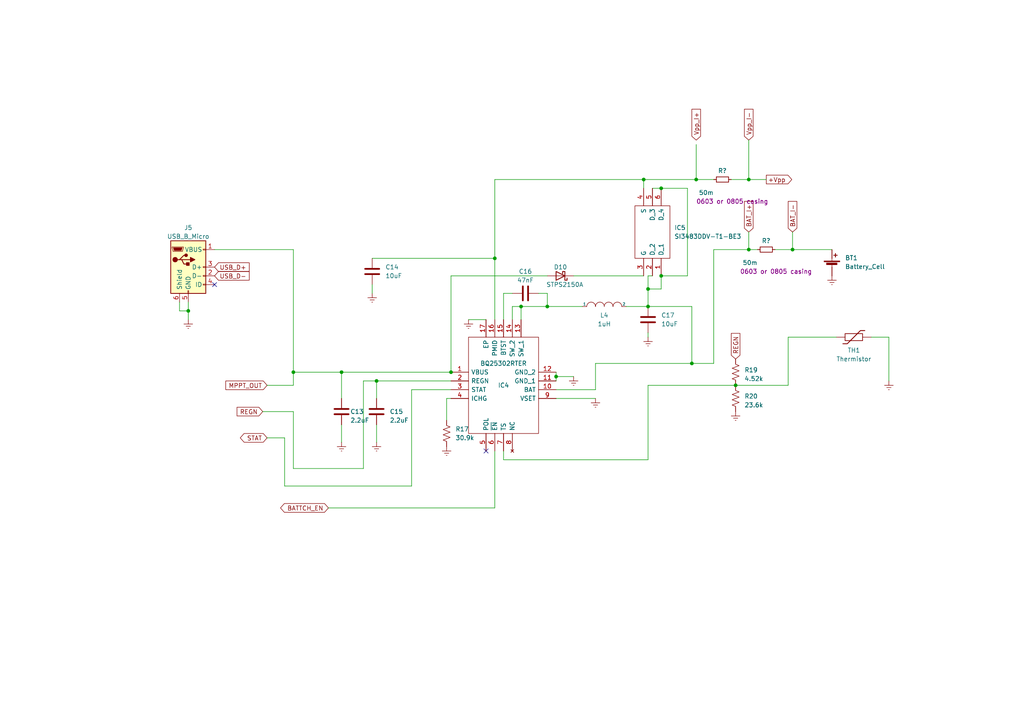
<source format=kicad_sch>
(kicad_sch (version 20230121) (generator eeschema)
  (paper "A4")
  (lib_symbols
    (symbol "Connector:USB_B_Micro" (pin_names (offset 1.016))
      (property "Reference" "J" (at -5.08 11.43 0))
      (property "Value" "USB_B_Micro" (at -5.08 8.89 0))
      (symbol "USB_B_Micro_0_1"
        (rectangle (start -5.08 -7.62) (end 5.08 7.62) (stroke (width 0.254)) (fill (type background)))
        (circle (center -3.81 2.159) (radius 0.635) (stroke (width 0.254)) (fill (type outline)))
        (circle (center -0.635 3.429) (radius 0.381) (stroke (width 0.254)) (fill (type outline)))
        (rectangle (start -0.127 -7.62) (end 0.127 -6.858))
        (polyline (pts (xy -1.905 2.159) (xy 0.635 2.159)) (stroke (width 0.254)))
        (polyline (pts (xy -3.175 2.159) (xy -2.54 2.159) (xy -1.27 3.429) (xy -0.635 3.429)) (stroke (width 0.254)))
        (polyline (pts (xy -2.54 2.159) (xy -1.905 2.159) (xy -1.27 0.889) (xy 0 0.889)) (stroke (width 0.254)))
        (polyline (pts (xy 0.635 2.794) (xy 0.635 1.524) (xy 1.905 2.159) (xy 0.635 2.794)) (stroke (width 0.254)) (fill (type outline)))
        (polyline (pts (xy -4.318 5.588) (xy -1.778 5.588) (xy -2.032 4.826) (xy -4.064 4.826) (xy -4.318 5.588)) (fill (type outline)))
        (polyline (pts (xy -4.699 5.842) (xy -4.699 5.588) (xy -4.445 4.826) (xy -4.445 4.572) (xy -1.651 4.572) (xy -1.651 4.826) (xy -1.397 5.588) (xy -1.397 5.842) (xy -4.699 5.842)))
        (rectangle (start 0.254 1.27) (end -0.508 0.508) (stroke (width 0.254)) (fill (type outline)))
        (rectangle (start 5.08 -5.207) (end 4.318 -4.953))
        (rectangle (start 5.08 -2.667) (end 4.318 -2.413))
        (rectangle (start 5.08 -0.127) (end 4.318 0.127))
        (rectangle (start 5.08 4.953) (end 4.318 5.207))
      )
      (symbol "USB_B_Micro_1_1"
        (pin power_out line (at 7.62 5.08 180) (length 2.54) (name "VBUS") (number "1"))
        (pin bidirectional line (at 7.62 -2.54 180) (length 2.54) (name "D-") (number "2"))
        (pin bidirectional line (at 7.62 0 180) (length 2.54) (name "D+") (number "3"))
        (pin passive line (at 7.62 -5.08 180) (length 2.54) (name "ID") (number "4"))
        (pin power_out line (at 0 -10.16 90) (length 2.54) (name "GND") (number "5"))
        (pin passive line (at -2.54 -10.16 90) (length 2.54) (name "Shield") (number "6"))
      )
    )
    (symbol "Device:Battery_Cell" (pin_numbers hide) (pin_names (offset 0) hide)
      (property "Reference" "BT" (at 2.54 2.54 0))
      (property "Value" "Battery_Cell" (at 2.54 0 0))
      (symbol "Battery_Cell_0_1"
        (rectangle (start -2.286 1.778) (end 2.286 1.524) (fill (type outline)))
        (rectangle (start -1.5748 1.1938) (end 1.4732 0.6858) (fill (type outline)))
        (polyline (pts (xy 0 0.762) (xy 0 0)))
        (polyline (pts (xy 0 1.778) (xy 0 2.54)))
        (polyline (pts (xy 0.508 3.429) (xy 1.524 3.429)) (stroke (width 0.254)))
        (polyline (pts (xy 1.016 3.937) (xy 1.016 2.921)) (stroke (width 0.254)))
      )
      (symbol "Battery_Cell_1_1"
        (pin passive line (at 0 5.08 270) (length 2.54) (name "+") (number "1"))
        (pin passive line (at 0 -2.54 90) (length 2.54) (name "-") (number "2"))
      )
    )
    (symbol "Device:C" (pin_numbers hide) (pin_names (offset 0.254))
      (property "Reference" "C" (at 0.635 2.54 0))
      (property "Value" "C" (at 0.635 -2.54 0))
      (symbol "C_0_1"
        (polyline (pts (xy -2.032 -0.762) (xy 2.032 -0.762)) (stroke (width 0.508)))
        (polyline (pts (xy -2.032 0.762) (xy 2.032 0.762)) (stroke (width 0.508)))
      )
      (symbol "C_1_1"
        (pin passive line (at 0 3.81 270) (length 2.794) (name "~") (number "1"))
        (pin passive line (at 0 -3.81 90) (length 2.794) (name "~") (number "2"))
      )
    )
    (symbol "Device:D_Schottky" (pin_numbers hide) (pin_names (offset 1.016) hide)
      (property "Reference" "D" (at 0 2.54 0))
      (property "Value" "D_Schottky" (at 0 -2.54 0))
      (symbol "D_Schottky_0_1"
        (polyline (pts (xy 1.27 0) (xy -1.27 0)))
        (polyline (pts (xy 1.27 1.27) (xy 1.27 -1.27) (xy -1.27 0) (xy 1.27 1.27)) (stroke (width 0.254)))
        (polyline (pts (xy -1.905 0.635) (xy -1.905 1.27) (xy -1.27 1.27) (xy -1.27 -1.27) (xy -0.635 -1.27) (xy -0.635 -0.635)) (stroke (width 0.254)))
      )
      (symbol "D_Schottky_1_1"
        (pin passive line (at -3.81 0 0) (length 2.54) (name "K") (number "1"))
        (pin passive line (at 3.81 0 180) (length 2.54) (name "A") (number "2"))
      )
    )
    (symbol "Device:R_Small" (pin_numbers hide) (pin_names (offset 0.254) hide)
      (property "Reference" "R" (at 0.762 0.508 0))
      (property "Value" "R_Small" (at 0.762 -1.016 0))
      (symbol "R_Small_0_1"
        (rectangle (start -0.762 1.778) (end 0.762 -1.778) (stroke (width 0.2032)))
      )
      (symbol "R_Small_1_1"
        (pin passive line (at 0 2.54 270) (length 0.762) (name "~") (number "1"))
        (pin passive line (at 0 -2.54 90) (length 0.762) (name "~") (number "2"))
      )
    )
    (symbol "Device:R_US" (pin_numbers hide) (pin_names (offset 0))
      (property "Reference" "R" (at 2.54 0 90))
      (property "Value" "R_US" (at -2.54 0 90))
      (symbol "R_US_0_1"
        (polyline (pts (xy 0 -2.286) (xy 0 -2.54)))
        (polyline (pts (xy 0 2.286) (xy 0 2.54)))
        (polyline (pts (xy 0 -0.762) (xy 1.016 -1.143) (xy 0 -1.524) (xy -1.016 -1.905) (xy 0 -2.286)))
        (polyline (pts (xy 0 0.762) (xy 1.016 0.381) (xy 0 0) (xy -1.016 -0.381) (xy 0 -0.762)))
        (polyline (pts (xy 0 2.286) (xy 1.016 1.905) (xy 0 1.524) (xy -1.016 1.143) (xy 0 0.762)))
      )
      (symbol "R_US_1_1"
        (pin passive line (at 0 3.81 270) (length 1.27) (name "~") (number "1"))
        (pin passive line (at 0 -3.81 90) (length 1.27) (name "~") (number "2"))
      )
    )
    (symbol "Device:Thermistor" (pin_numbers hide) (pin_names (offset 0))
      (property "Reference" "TH" (at 2.54 1.27 90))
      (property "Value" "Thermistor" (at -2.54 0 90))
      (symbol "Thermistor_0_1"
        (rectangle (start -1.016 2.54) (end 1.016 -2.54) (stroke (width 0.2032)))
        (polyline (pts (xy -1.905 3.175) (xy -1.905 1.905) (xy 1.905 -1.905) (xy 1.905 -3.175) (xy 1.905 -3.175)) (stroke (width 0.254)))
      )
      (symbol "Thermistor_1_1"
        (pin passive line (at 0 5.08 270) (length 2.54) (name "~") (number "1"))
        (pin passive line (at 0 -5.08 90) (length 2.54) (name "~") (number "2"))
      )
    )
    (symbol "PFET SI3483DDV-T1-BE3:SI3483DDV-T1-BE3" (pin_names (offset 0.762))
      (property "Reference" "IC" (at 21.59 7.62 0))
      (property "Value" "SI3483DDV-T1-BE3" (at 21.59 5.08 0))
      (symbol "SI3483DDV-T1-BE3_0_0"
        (pin passive line (at 0 0 0) (length 5.08) (name "D_1") (number "1"))
        (pin passive line (at 0 -2.54 0) (length 5.08) (name "D_2") (number "2"))
        (pin passive line (at 0 -5.08 0) (length 5.08) (name "G") (number "3"))
        (pin passive line (at 25.4 -5.08 180) (length 5.08) (name "S") (number "4"))
        (pin passive line (at 25.4 -2.54 180) (length 5.08) (name "D_3") (number "5"))
        (pin passive line (at 25.4 0 180) (length 5.08) (name "D_4") (number "6"))
      )
      (symbol "SI3483DDV-T1-BE3_0_1"
        (polyline (pts (xy 5.08 2.54) (xy 20.32 2.54) (xy 20.32 -7.62) (xy 5.08 -7.62) (xy 5.08 2.54)) (stroke (width 0.1524)))
      )
    )
    (symbol "batt ch:BQ25302RTER" (pin_names (offset 0.762))
      (property "Reference" "IC" (at 26.67 15.24 0))
      (property "Value" "BQ25302RTER" (at 26.67 12.7 0))
      (symbol "BQ25302RTER_0_0"
        (pin passive line (at 0 0 0) (length 5.08) (name "VBUS") (number "1"))
        (pin passive line (at 30.48 -5.08 180) (length 5.08) (name "BAT") (number "10"))
        (pin passive line (at 30.48 -2.54 180) (length 5.08) (name "GND_1") (number "11"))
        (pin passive line (at 30.48 0 180) (length 5.08) (name "GND_2") (number "12"))
        (pin passive line (at 20.32 15.24 270) (length 5.08) (name "SW_1") (number "13"))
        (pin passive line (at 17.78 15.24 270) (length 5.08) (name "SW_2") (number "14"))
        (pin passive line (at 15.24 15.24 270) (length 5.08) (name "BTST") (number "15"))
        (pin passive line (at 12.7 15.24 270) (length 5.08) (name "PMID") (number "16"))
        (pin passive line (at 10.16 15.24 270) (length 5.08) (name "EP") (number "17"))
        (pin passive line (at 0 -2.54 0) (length 5.08) (name "REGN") (number "2"))
        (pin passive line (at 0 -5.08 0) (length 5.08) (name "STAT") (number "3"))
        (pin passive line (at 0 -7.62 0) (length 5.08) (name "ICHG") (number "4"))
        (pin passive line (at 10.16 -22.86 90) (length 5.08) (name "POL") (number "5"))
        (pin passive line (at 12.7 -22.86 90) (length 5.08) (name "~{EN}") (number "6"))
        (pin passive line (at 15.24 -22.86 90) (length 5.08) (name "TS") (number "7"))
        (pin no_connect line (at 17.78 -22.86 90) (length 5.08) (name "NC") (number "8"))
        (pin passive line (at 30.48 -7.62 180) (length 5.08) (name "VSET") (number "9"))
      )
      (symbol "BQ25302RTER_0_1"
        (polyline (pts (xy 5.08 10.16) (xy 25.4 10.16) (xy 25.4 -17.78) (xy 5.08 -17.78) (xy 5.08 10.16)) (stroke (width 0.1524)))
      )
    )
    (symbol "power:Earth" (power) (pin_numbers hide) (pin_names (offset 0) hide)
      (symbol "Earth_0_1"
        (polyline (pts (xy -0.635 -1.905) (xy 0.635 -1.905)))
        (polyline (pts (xy -0.127 -2.54) (xy 0.127 -2.54)))
        (polyline (pts (xy 0 -1.27) (xy 0 0)))
        (polyline (pts (xy 1.27 -1.27) (xy -1.27 -1.27)))
      )
      (symbol "Earth_1_1"
        (pin power_in line (at 0 0 270) (length 0) hide (name "Earth") (number "1"))
      )
    )
    (symbol "pspice:INDUCTOR" (pin_numbers hide) (pin_names (offset 0))
      (property "Reference" "L" (at 0 2.54 0))
      (property "Value" "INDUCTOR" (at 0 -1.27 0))
      (symbol "INDUCTOR_0_1"
        (arc (start -2.54 0) (mid -3.81 1.2645) (end -5.08 0))
        (arc (start 0 0) (mid -1.27 1.2645) (end -2.54 0))
        (arc (start 2.54 0) (mid 1.27 1.2645) (end 0 0))
        (arc (start 5.08 0) (mid 3.81 1.2645) (end 2.54 0))
      )
      (symbol "INDUCTOR_1_1"
        (pin input line (at -6.35 0 0) (length 1.27) (name "1") (number "1"))
        (pin input line (at 6.35 0 180) (length 1.27) (name "2") (number "2"))
      )
    )
  )
  (junction (at 130.81 107.95))
  (junction (at 54.61 90.17))
  (junction (at 187.96 88.9))
  (junction (at 191.77 80.01))
  (junction (at 217.17 52.07))
  (junction (at 161.29 109.22))
  (junction (at 191.77 54.61))
  (junction (at 201.93 52.07))
  (junction (at 151.13 88.9))
  (junction (at 186.69 52.07))
  (junction (at 229.87 72.39))
  (junction (at 200.66 105.41))
  (junction (at 158.75 88.9))
  (junction (at 85.09 107.95))
  (junction (at 99.06 107.95))
  (junction (at 143.51 74.93))
  (junction (at 187.96 83.82))
  (junction (at 217.17 72.39))
  (junction (at 109.22 110.49))
  (junction (at 213.36 111.76))
  (no_connect (at 62.23 82.55))
  (no_connect (at 140.97 130.81))
  (wire (pts (xy 187.96 83.82) (xy 187.96 88.9)))
  (wire (pts (xy 207.01 72.39) (xy 207.01 105.41)))
  (wire (pts (xy 85.09 119.38) (xy 85.09 135.89)))
  (wire (pts (xy 200.66 105.41) (xy 207.01 105.41)))
  (wire (pts (xy 213.36 111.76) (xy 228.6 111.76)))
  (wire (pts (xy 191.77 80.01) (xy 191.77 83.82)))
  (wire (pts (xy 148.59 85.09) (xy 146.05 85.09)))
  (wire (pts (xy 217.17 40.64) (xy 217.17 52.07)))
  (wire (pts (xy 109.22 123.19) (xy 109.22 128.27)))
  (wire (pts (xy 212.09 52.07) (xy 217.17 52.07)))
  (wire (pts (xy 229.87 72.39) (xy 241.3 72.39)))
  (wire (pts (xy 156.21 85.09) (xy 158.75 85.09)))
  (wire (pts (xy 143.51 130.81) (xy 143.51 147.32)))
  (wire (pts (xy 107.95 74.93) (xy 143.51 74.93)))
  (wire (pts (xy 146.05 133.35) (xy 187.96 133.35)))
  (wire (pts (xy 161.29 109.22) (xy 161.29 110.49)))
  (wire (pts (xy 105.41 110.49) (xy 109.22 110.49)))
  (wire (pts (xy 109.22 110.49) (xy 130.81 110.49)))
  (wire (pts (xy 54.61 87.63) (xy 54.61 90.17)))
  (wire (pts (xy 77.47 111.76) (xy 85.09 111.76)))
  (wire (pts (xy 217.17 72.39) (xy 219.71 72.39)))
  (wire (pts (xy 191.77 54.61) (xy 199.39 54.61)))
  (wire (pts (xy 151.13 92.71) (xy 151.13 88.9)))
  (wire (pts (xy 181.61 88.9) (xy 187.96 88.9)))
  (wire (pts (xy 158.75 88.9) (xy 168.91 88.9)))
  (wire (pts (xy 130.81 115.57) (xy 129.54 115.57)))
  (wire (pts (xy 187.96 96.52) (xy 187.96 97.79)))
  (wire (pts (xy 201.93 41.91) (xy 201.93 52.07)))
  (wire (pts (xy 146.05 85.09) (xy 146.05 92.71)))
  (wire (pts (xy 54.61 90.17) (xy 54.61 92.71)))
  (wire (pts (xy 130.81 80.01) (xy 130.81 107.95)))
  (wire (pts (xy 148.59 88.9) (xy 151.13 88.9)))
  (wire (pts (xy 187.96 80.01) (xy 187.96 83.82)))
  (wire (pts (xy 109.22 110.49) (xy 109.22 115.57)))
  (wire (pts (xy 143.51 52.07) (xy 143.51 74.93)))
  (wire (pts (xy 252.73 97.79) (xy 257.81 97.79)))
  (wire (pts (xy 82.55 127) (xy 82.55 140.97)))
  (wire (pts (xy 257.81 97.79) (xy 257.81 110.49)))
  (wire (pts (xy 161.29 109.22) (xy 166.37 109.22)))
  (wire (pts (xy 76.2 119.38) (xy 85.09 119.38)))
  (wire (pts (xy 228.6 97.79) (xy 242.57 97.79)))
  (wire (pts (xy 82.55 140.97) (xy 119.38 140.97)))
  (wire (pts (xy 62.23 72.39) (xy 85.09 72.39)))
  (wire (pts (xy 229.87 67.31) (xy 229.87 72.39)))
  (wire (pts (xy 85.09 135.89) (xy 105.41 135.89)))
  (wire (pts (xy 187.96 133.35) (xy 187.96 111.76)))
  (wire (pts (xy 82.55 127) (xy 77.47 127)))
  (wire (pts (xy 158.75 80.01) (xy 130.81 80.01)))
  (wire (pts (xy 217.17 67.31) (xy 217.17 72.39)))
  (wire (pts (xy 228.6 111.76) (xy 228.6 97.79)))
  (wire (pts (xy 151.13 88.9) (xy 158.75 88.9)))
  (wire (pts (xy 217.17 52.07) (xy 222.25 52.07)))
  (wire (pts (xy 187.96 111.76) (xy 213.36 111.76)))
  (wire (pts (xy 166.37 80.01) (xy 186.69 80.01)))
  (wire (pts (xy 201.93 52.07) (xy 207.01 52.07)))
  (wire (pts (xy 161.29 107.95) (xy 161.29 109.22)))
  (wire (pts (xy 85.09 111.76) (xy 85.09 107.95)))
  (wire (pts (xy 135.89 92.71) (xy 140.97 92.71)))
  (wire (pts (xy 99.06 107.95) (xy 99.06 115.57)))
  (wire (pts (xy 146.05 130.81) (xy 146.05 133.35)))
  (wire (pts (xy 52.07 90.17) (xy 54.61 90.17)))
  (wire (pts (xy 143.51 52.07) (xy 186.69 52.07)))
  (wire (pts (xy 129.54 115.57) (xy 129.54 121.92)))
  (wire (pts (xy 107.95 82.55) (xy 107.95 85.09)))
  (wire (pts (xy 52.07 87.63) (xy 52.07 90.17)))
  (wire (pts (xy 207.01 72.39) (xy 217.17 72.39)))
  (wire (pts (xy 189.23 54.61) (xy 191.77 54.61)))
  (wire (pts (xy 199.39 54.61) (xy 199.39 80.01)))
  (wire (pts (xy 99.06 107.95) (xy 130.81 107.95)))
  (wire (pts (xy 200.66 105.41) (xy 200.66 88.9)))
  (wire (pts (xy 191.77 80.01) (xy 199.39 80.01)))
  (wire (pts (xy 172.72 105.41) (xy 172.72 113.03)))
  (wire (pts (xy 187.96 80.01) (xy 189.23 80.01)))
  (wire (pts (xy 130.81 113.03) (xy 119.38 113.03)))
  (wire (pts (xy 99.06 123.19) (xy 99.06 128.27)))
  (wire (pts (xy 143.51 92.71) (xy 143.51 74.93)))
  (wire (pts (xy 148.59 92.71) (xy 148.59 88.9)))
  (wire (pts (xy 161.29 115.57) (xy 172.72 115.57)))
  (wire (pts (xy 85.09 72.39) (xy 85.09 107.95)))
  (wire (pts (xy 85.09 107.95) (xy 99.06 107.95)))
  (wire (pts (xy 186.69 52.07) (xy 201.93 52.07)))
  (wire (pts (xy 172.72 105.41) (xy 200.66 105.41)))
  (wire (pts (xy 191.77 83.82) (xy 187.96 83.82)))
  (wire (pts (xy 105.41 110.49) (xy 105.41 135.89)))
  (wire (pts (xy 187.96 88.9) (xy 200.66 88.9)))
  (wire (pts (xy 224.79 72.39) (xy 229.87 72.39)))
  (wire (pts (xy 119.38 113.03) (xy 119.38 140.97)))
  (wire (pts (xy 158.75 85.09) (xy 158.75 88.9)))
  (wire (pts (xy 95.25 147.32) (xy 143.51 147.32)))
  (wire (pts (xy 161.29 113.03) (xy 172.72 113.03)))
  (wire (pts (xy 186.69 52.07) (xy 186.69 54.61)))
  (global_label "USB_D-" (shape input) (at 62.23 80.01 0) (property "Intersheetrefs" "${INTERSHEET_REFS}" (effects hide)))
  (global_label "Vpp_I-" (shape input) (at 217.17 40.64 90) (property "Intersheetrefs" "${INTERSHEET_REFS}" (effects hide)))
  (global_label "Vpp_I+" (shape input) (at 201.93 40.64 90) (property "Intersheetrefs" "${INTERSHEET_REFS}" (effects hide)))
  (global_label "BAT_I-" (shape input) (at 229.87 67.31 90) (property "Intersheetrefs" "${INTERSHEET_REFS}" (effects hide)))
  (global_label "+Vpp" (shape output) (at 222.25 52.07 0) (property "Intersheetrefs" "${INTERSHEET_REFS}" (effects hide)))
  (global_label "BAT_I+" (shape input) (at 217.17 67.31 90) (property "Intersheetrefs" "${INTERSHEET_REFS}" (effects hide)))
  (global_label "USB_D+" (shape input) (at 62.23 77.47 0) (property "Intersheetrefs" "${INTERSHEET_REFS}" (effects hide)))
  (global_label "STAT" (shape bidirectional) (at 77.47 127 180) (property "Intersheetrefs" "${INTERSHEET_REFS}" (effects hide)))
  (global_label "BATTCH_EN" (shape bidirectional) (at 95.25 147.32 180) (property "Intersheetrefs" "${INTERSHEET_REFS}" (effects hide)))
  (global_label "REGN" (shape input) (at 213.36 104.14 90) (property "Intersheetrefs" "${INTERSHEET_REFS}" (effects hide)))
  (global_label "MPPT_OUT" (shape input) (at 77.47 111.76 180) (property "Intersheetrefs" "${INTERSHEET_REFS}" (effects hide)))
  (global_label "REGN" (shape input) (at 76.2 119.38 180) (property "Intersheetrefs" "${INTERSHEET_REFS}" (effects hide)))
  (symbol (lib_id "Device:Thermistor") (at 247.65 97.79 90) (unit 1)
    (property "Reference" "TH1" (at 247.65 101.6 90))
    (property "Value" "Thermistor" (at 247.65 104.14 90))
    (property "Footprint" "NaveenSymbols:103AT2" (effects hide))
  )
  (symbol (lib_id "power:Earth") (at 166.37 109.22 0) (unit 1)
    (property "Reference" "#PWR010" (effects hide))
    (property "Value" "Earth" (effects hide))
    (instances (project "FinalBoardCircuits" (path "" (reference "#PWR010") (unit 1))) (project "charg" (path "" (reference "#PWR06") (unit 1))) (project "pcb" (path "" (reference "#PWR042") (unit 1))))
  )
  (symbol (lib_id "Device:R_US") (at 213.36 115.57 180) (unit 1)
    (property "Reference" "R20" (at 215.9 114.935 0) (effects (justify right)))
    (property "Value" "23.6k" (at 215.9 117.475 0) (effects (justify right)))
    (property "Footprint" "Resistor_SMD:R_0805_2012Metric_Pad1.20x1.40mm_HandSolder" (effects hide))
    (instances (project "FinalBoardCircuits" (path "" (reference "R20") (unit 1))) (project "charg" (path "" (reference "R3") (unit 1))) (project "pcb" (path "" (reference "R25") (unit 1))))
  )
  (symbol (lib_id "Device:C") (at 187.96 92.71 0) (unit 1)
    (property "Reference" "C17" (at 191.77 91.4399 0) (effects (justify left)))
    (property "Value" "10uF" (at 191.77 93.9799 0) (effects (justify left)))
    (property "Footprint" "Capacitor_SMD:C_0805_2012Metric" (effects hide))
    (instances (project "FinalBoardCircuits" (path "" (reference "C17") (unit 1))) (project "charg" (path "" (reference "C5") (unit 1))) (project "pcb" (path "" (reference "C33") (unit 1))))
  )
  (symbol (lib_id "pspice:INDUCTOR") (at 175.26 88.9 0) (unit 1)
    (property "Reference" "L4" (at 175.26 91.44 0))
    (property "Value" "1uH" (at 175.26 93.98 0))
    (property "Footprint" "Inductor_SMD:L_0805_2012Metric_Pad1.15x1.40mm_HandSolder" (effects hide))
    (instances (project "FinalBoardCircuits" (path "" (reference "L4") (unit 1))) (project "charg" (path "" (reference "L1") (unit 1))) (project "pcb" (path "" (reference "L5") (unit 1))))
  )
  (symbol (lib_id "Device:D_Schottky") (at 162.56 80.01 180) (unit 1)
    (property "Reference" "D10" (at 162.56 77.47 0))
    (property "Value" "STPS2150A" (at 163.83 82.55 0))
    (property "Footprint" "myfootprints:STPS2150A" (effects hide))
    (instances (project "FinalBoardCircuits" (path "" (reference "D10") (unit 1))) (project "charg" (path "" (reference "D2") (unit 1))) (project "pcb" (path "" (reference "D5") (unit 1))))
  )
  (symbol (lib_id "Device:C") (at 107.95 78.74 0) (unit 1)
    (property "Reference" "C14" (at 111.76 77.4699 0) (effects (justify left)))
    (property "Value" "10uF" (at 111.76 80.0099 0) (effects (justify left)))
    (property "Footprint" "Capacitor_SMD:C_0805_2012Metric_Pad1.18x1.45mm_HandSolder" (effects hide))
    (instances (project "FinalBoardCircuits" (path "" (reference "C14") (unit 1))) (project "charg" (path "" (reference "C3") (unit 1))) (project "pcb" (path "" (reference "C30") (unit 1))))
  )
  (symbol (lib_id "power:Earth") (at 135.89 92.71 0) (unit 1)
    (property "Reference" "#PWR09" (effects hide))
    (property "Value" "Earth" (effects hide))
    (instances (project "FinalBoardCircuits" (path "" (reference "#PWR09") (unit 1))) (project "charg" (path "" (reference "#PWR010") (unit 1))) (project "pcb" (path "" (reference "#PWR041") (unit 1))))
  )
  (symbol (lib_id "Device:Battery_Cell") (at 241.3 77.47 0) (unit 1)
    (property "Reference" "BT1" (at 245.11 74.803 0) (effects (justify left)))
    (property "Value" "Battery_Cell" (at 245.11 77.343 0) (effects (justify left)))
    (property "Footprint" "Battery:BatteryHolder_Keystone_1042_1x18650" (effects hide))
  )
  (symbol (lib_id "Device:R_Small") (at 209.55 52.07 90) (unit 1)
    (property "Reference" "R?" (at 210.82 49.53 90) (effects (justify left)))
    (property "Value" "50m" (at 207.01 55.88 90) (effects (justify left)))
    (property "Footprint" "Resistor_SMD:R_0805_2012Metric_Pad1.20x1.40mm_HandSolder" (effects hide))
    (property "Field4" "0603 or 0805 casing" (at 201.93 58.42 90) (effects (justify right)))
    (instances (project "FinalBoardCircuits" (path "" (reference "R?") (unit 1)) (path "" (reference "R18") (unit 1))) (project "pcb" (path "" (reference "R56") (unit 1)) (path "" (reference "R58") (unit 1))))
  )
  (symbol (lib_id "Device:R_US") (at 129.54 125.73 180) (unit 1)
    (property "Reference" "R17" (at 132.08 124.4599 0) (effects (justify right)))
    (property "Value" "30.9k" (at 132.08 126.9999 0) (effects (justify right)))
    (property "Footprint" "Resistor_SMD:R_0805_2012Metric_Pad1.20x1.40mm_HandSolder" (effects hide))
    (instances (project "FinalBoardCircuits" (path "" (reference "R17") (unit 1))) (project "charg" (path "" (reference "R2") (unit 1))) (project "pcb" (path "" (reference "R5") (unit 1))))
  )
  (symbol (lib_id "PFET SI3483DDV-T1-BE3:SI3483DDV-T1-BE3") (at 191.77 80.01 270) (mirror x) (unit 1)
    (property "Reference" "IC5" (at 195.58 66.0399 90) (effects (justify left)))
    (property "Value" "SI3483DDV-T1-BE3" (at 195.58 68.5799 90) (effects (justify left)))
    (property "Footprint" "NaveenSymbols:SOT95P284X110-6N" (effects hide))
    (property "Description" "MOSFET P-CHANNEL 30-V (D-S)" (effects hide))
    (property "Height" "1.1" (effects hide))
    (property "Mouser Part Number" "78-SI3483DDV-T1-BE3" (effects hide))
    (property "Mouser Price/Stock" "https://www.mouser.co.uk/ProductDetail/Vishay-Siliconix/SI3483DDV-T1-BE3?qs=CiayqK2gdcISfQJWSfJFHA%3D%3D" (effects hide))
    (property "Manufacturer_Name" "Vishay" (effects hide))
    (property "Manufacturer_Part_Number" "SI3483DDV-T1-BE3" (effects hide))
    (instances (project "FinalBoardCircuits" (path "" (reference "IC5") (unit 1))) (project "charg" (path "" (reference "IC1") (unit 1))) (project "pcb" (path "" (reference "IC3") (unit 1))))
  )
  (symbol (lib_id "power:Earth") (at 109.22 128.27 0) (unit 1)
    (property "Reference" "#PWR07" (effects hide))
    (property "Value" "Earth" (effects hide))
    (instances (project "FinalBoardCircuits" (path "" (reference "#PWR07") (unit 1))) (project "charg" (path "" (reference "#PWR02") (unit 1))) (project "pcb" (path "" (reference "#PWR039") (unit 1))))
  )
  (symbol (lib_id "Device:C") (at 99.06 119.38 0) (unit 1)
    (property "Reference" "C13" (at 101.6 119.38 0) (effects (justify left)))
    (property "Value" "2.2uF" (at 101.6 121.92 0) (effects (justify left)))
    (property "Footprint" "Capacitor_SMD:C_0805_2012Metric_Pad1.18x1.45mm_HandSolder" (effects hide))
    (instances (project "FinalBoardCircuits" (path "" (reference "C13") (unit 1))) (project "charg" (path "" (reference "C1") (unit 1))) (project "pcb" (path "" (reference "C5") (unit 1))))
  )
  (symbol (lib_id "Device:R_US") (at 213.36 107.95 180) (unit 1)
    (property "Reference" "R19" (at 215.9 107.315 0) (effects (justify right)))
    (property "Value" "4.52k" (at 215.9 109.855 0) (effects (justify right)))
    (property "Footprint" "Resistor_SMD:R_0805_2012Metric_Pad1.20x1.40mm_HandSolder" (effects hide))
    (instances (project "FinalBoardCircuits" (path "" (reference "R19") (unit 1))) (project "charg" (path "" (reference "R1") (unit 1))) (project "pcb" (path "" (reference "R24") (unit 1))))
  )
  (symbol (lib_id "Connector:USB_B_Micro") (at 54.61 77.47 0) (unit 1)
    (property "Reference" "J5" (at 54.61 66.04 0))
    (property "Value" "USB_B_Micro" (at 54.61 68.58 0))
    (property "Footprint" "NaveenSymbols:USB_Micro-B_Amphenol_10118194_Horizontal" (effects hide))
    (instances (project "FinalBoardCircuits" (path "" (reference "J5") (unit 1))) (project "pcb" (path "" (reference "J4") (unit 1))))
  )
  (symbol (lib_id "batt ch:BQ25302RTER") (at 130.81 107.95 0) (unit 1)
    (property "Reference" "IC4" (at 146.05 111.76 0))
    (property "Value" "BQ25302RTER" (at 146.05 105.41 0))
    (property "Footprint" "NaveenSymbols:QFN50P300X300X80-17N-D" (effects hide))
    (property "Datasheet" "https://www.ti.com/lit/gpn/bq25302?HQS=ti-null-null-sf-df-pf-sep-wwe&DCM=yes" (effects hide))
    (property "Description" "Battery Management Standalone single cell 2.0-A buck battery charger 16-WQFN -40 to 85" (effects hide))
    (property "Height" "0.8" (effects hide))
    (property "Mouser Part Number" "595-BQ25302RTER" (effects hide))
    (property "Mouser Price/Stock" "https://www.mouser.co.uk/ProductDetail/Texas-Instruments/BQ25302RTER?qs=T94vaHKWudT5T0v43I60Mg%3D%3D" (effects hide))
    (property "Manufacturer_Name" "Texas Instruments" (effects hide))
    (property "Manufacturer_Part_Number" "BQ25302RTER" (effects hide))
    (instances (project "FinalBoardCircuits" (path "" (reference "IC4") (unit 1))) (project "charg" (path "" (reference "IC2") (unit 1))) (project "pcb" (path "" (reference "IC1") (unit 1))))
  )
  (symbol (lib_id "power:Earth") (at 54.61 92.71 0) (unit 1)
    (property "Reference" "#PWR04" (effects hide))
    (property "Value" "Earth" (effects hide))
  )
  (symbol (lib_id "power:Earth") (at 241.3 80.01 0) (unit 1)
    (property "Reference" "#PWR014" (effects hide))
    (property "Value" "Earth" (effects hide))
    (instances (project "FinalBoardCircuits" (path "" (reference "#PWR014") (unit 1))) (project "charg" (path "" (reference "#PWR05") (unit 1))) (project "pcb" (path "" (reference "#PWR062") (unit 1))))
  )
  (symbol (lib_id "power:Earth") (at 213.36 119.38 0) (unit 1)
    (property "Reference" "#PWR013" (effects hide))
    (property "Value" "Earth" (effects hide))
    (instances (project "FinalBoardCircuits" (path "" (reference "#PWR013") (unit 1))) (project "charg" (path "" (reference "#PWR05") (unit 1))) (project "pcb" (path "" (reference "#PWR046") (unit 1))))
  )
  (symbol (lib_id "power:Earth") (at 107.95 85.09 0) (unit 1)
    (property "Reference" "#PWR06" (effects hide))
    (property "Value" "Earth" (effects hide))
    (instances (project "FinalBoardCircuits" (path "" (reference "#PWR06") (unit 1))) (project "charg" (path "" (reference "#PWR03") (unit 1))) (project "pcb" (path "" (reference "#PWR038") (unit 1))))
  )
  (symbol (lib_id "power:Earth") (at 172.72 115.57 0) (unit 1)
    (property "Reference" "#PWR011" (effects hide))
    (property "Value" "Earth" (effects hide))
    (instances (project "FinalBoardCircuits" (path "" (reference "#PWR011") (unit 1))) (project "charg" (path "" (reference "#PWR07") (unit 1))) (project "pcb" (path "" (reference "#PWR043") (unit 1))))
  )
  (symbol (lib_id "Device:C") (at 109.22 119.38 0) (unit 1)
    (property "Reference" "C15" (at 113.03 119.38 0) (effects (justify left)))
    (property "Value" "2.2uF" (at 113.03 121.92 0) (effects (justify left)))
    (property "Footprint" "Capacitor_SMD:C_0805_2012Metric_Pad1.18x1.45mm_HandSolder" (effects hide))
    (instances (project "FinalBoardCircuits" (path "" (reference "C15") (unit 1))) (project "charg" (path "" (reference "C2") (unit 1))) (project "pcb" (path "" (reference "C31") (unit 1))))
  )
  (symbol (lib_id "power:Earth") (at 99.06 128.27 0) (unit 1)
    (property "Reference" "#PWR05" (effects hide))
    (property "Value" "Earth" (effects hide))
    (instances (project "FinalBoardCircuits" (path "" (reference "#PWR05") (unit 1))) (project "charg" (path "" (reference "#PWR01") (unit 1))) (project "pcb" (path "" (reference "#PWR02") (unit 1))))
  )
  (symbol (lib_id "power:Earth") (at 187.96 97.79 0) (unit 1)
    (property "Reference" "#PWR012" (effects hide))
    (property "Value" "Earth" (effects hide))
    (instances (project "FinalBoardCircuits" (path "" (reference "#PWR012") (unit 1))) (project "charg" (path "" (reference "#PWR08") (unit 1))) (project "pcb" (path "" (reference "#PWR044") (unit 1))))
  )
  (symbol (lib_id "power:Earth") (at 129.54 129.54 0) (unit 1)
    (property "Reference" "#PWR08" (effects hide))
    (property "Value" "Earth" (effects hide))
    (instances (project "FinalBoardCircuits" (path "" (reference "#PWR08") (unit 1))) (project "charg" (path "" (reference "#PWR04") (unit 1))) (project "pcb" (path "" (reference "#PWR040") (unit 1))))
  )
  (symbol (lib_id "Device:R_Small") (at 222.25 72.39 90) (unit 1)
    (property "Reference" "R?" (at 223.52 69.85 90) (effects (justify left)))
    (property "Value" "50m" (at 219.71 76.2 90) (effects (justify left)))
    (property "Footprint" "Resistor_SMD:R_0805_2012Metric_Pad1.20x1.40mm_HandSolder" (effects hide))
    (property "Field4" "0603 or 0805 casing" (at 214.63 78.74 90) (effects (justify right)))
    (instances (project "FinalBoardCircuits" (path "" (reference "R?") (unit 1)) (path "" (reference "R21") (unit 1))) (project "pcb" (path "" (reference "R56") (unit 1)) (path "" (reference "R57") (unit 1))))
  )
  (symbol (lib_id "power:Earth") (at 257.81 110.49 0) (unit 1)
    (property "Reference" "#PWR015" (effects hide))
    (property "Value" "Earth" (effects hide))
    (instances (project "FinalBoardCircuits" (path "" (reference "#PWR015") (unit 1))) (project "charg" (path "" (reference "#PWR05") (unit 1))) (project "pcb" (path "" (reference "#PWR061") (unit 1))))
  )
  (symbol (lib_id "Device:C") (at 152.4 85.09 90) (unit 1)
    (property "Reference" "C16" (at 152.4 78.74 90))
    (property "Value" "47nF" (at 152.4 81.28 90))
    (property "Footprint" "Capacitor_SMD:C_0805_2012Metric" (effects hide))
    (instances (project "FinalBoardCircuits" (path "" (reference "C16") (unit 1))) (project "charg" (path "" (reference "C4") (unit 1))) (project "pcb" (path "" (reference "C32") (unit 1))))
  )
)
</source>
